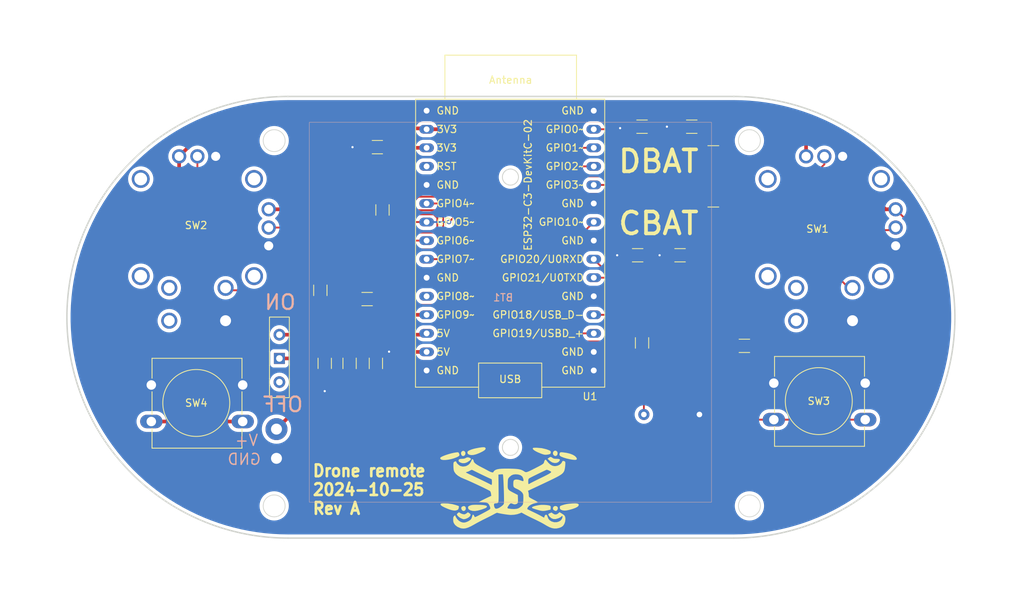
<source format=kicad_pcb>
(kicad_pcb (version 20240108) (generator "pcbnew") (generator_version "8.0")
  (title_block (title "Drone remote ") (date "2024-10-25") (rev "A") (company "JS Drones"))
  (layers (0 "F.Cu" signal) (31 "B.Cu" signal) (34 "B.Paste" user) (35 "F.Paste" user) (36 "B.SilkS" user "B.Silkscreen") (37 "F.SilkS" user "F.Silkscreen") (38 "B.Mask" user) (39 "F.Mask" user) (44 "Edge.Cuts" user))
  (net 0 "")
  (net 1 "GND")
  (net 2 "+3.3V")
  (net 3 "Net-(U1-GPIO10)")
  (net 4 "Net-(U1-GPIO0)")
  (net 5 "Net-(U1-GPIO5)")
  (net 6 "Net-(U1-GPIO4)")
  (net 7 "Net-(U1-GPIO3)")
  (net 8 "Net-(U1-GPIO1)")
  (net 11 "Net-(D6-K1)")
  (net 12 "Net-(D6-K2)")
  (net 17 "Net-(BT1-+)")
  (net 19 "Net-(D1-K1)")
  (net 20 "Net-(D1-K2)")
  (net 21 "5V")
  (net 22 "Net-(D1-A1)")
  (net 23 "Net-(D1-A2)")
  (net 24 "Net-(D6-A2)")
  (net 25 "Net-(D6-A1)")
  (net 26 "Net-(LS1-Pad1)")
  (net 27 "Net-(U1-GPIO7)")
  (net 28 "Net-(U1-GPIO9)")
  (net 29 "Net-(U1-GPIO6)")
  (net 30 "Net-(U1-GPIO2)")
  (footprint "JonasLib:Joystick" (layer "F.Cu") (at 74 74.15 90)
    (property "Reference" "SW2" (at 0.309 -0.186 0) (layer "F.SilkS"))
    (property "Value" "802-30110-B")
    (pad "" thru_hole circle (at -6.65 -7.75 90) (size 2.45 2.45) (drill 1.75) (layers "*.Cu" "*.Mask"))
    (pad "" thru_hole circle (at -6.65 7.75 90) (size 2.45 2.45) (drill 1.75) (layers "*.Cu" "*.Mask"))
    (pad "" thru_hole circle (at 6.65 -7.75 90) (size 2.45 2.45) (drill 1.75) (layers "*.Cu" "*.Mask"))
    (pad "" thru_hole circle (at 6.65 7.75 90) (size 2.45 2.45) (drill 1.75) (layers "*.Cu" "*.Mask"))
    (pad "1" thru_hole circle (at -2.5 9.75 90) (size 1.95 1.95) (drill 1.25) (layers "*.Cu" "*.Mask") (net 1 "GND"))
    (pad "2" thru_hole circle (at 0 9.75 90) (size 1.95 1.95) (drill 1.25) (layers "*.Cu" "*.Mask") (net 8 "Net-(U1-GPIO1)"))
    (pad "3" thru_hole circle (at 2.5 9.75 90) (size 1.95 1.95) (drill 1.25) (layers "*.Cu" "*.Mask") (net 2 "+3.3V"))
    (pad "4" thru_hole circle (at 9.75 2.5 90) (size 1.95 1.95) (drill 1.25) (layers "*.Cu" "*.Mask") (net 1 "GND"))
    (pad "5" thru_hole circle (at 9.75 0 90) (size 1.95 1.95) (drill 1.25) (layers "*.Cu" "*.Mask") (net 30 "Net-(U1-GPIO2)"))
    (pad "6" thru_hole circle (at 9.75 -2.5 90) (size 1.95 1.95) (drill 1.25) (layers "*.Cu" "*.Mask") (net 2 "+3.3V"))
    (pad "7" thru_hole circle (at -8.25 3.85 90) (size 2.2 2.2) (drill 1.5) (layers "*.Cu" "*.Mask") (net 29 "Net-(U1-GPIO6)"))
    (pad "8" thru_hole circle (at -12.75 3.85 90) (size 2.2 2.2) (drill 1.5) (layers "*.Cu" "*.Mask") (net 1 "GND"))
    (pad "9" thru_hole circle (at -8.25 -3.85 90) (size 2.2 2.2) (drill 1.5) (layers "*.Cu" "*.Mask"))
    (pad "10" thru_hole circle (at -12.75 -3.85 90) (size 2.2 2.2) (drill 1.5) (layers "*.Cu" "*.Mask"))
  )
  (footprint "Button_Switch_THT:SW_PUSH-12mm" (layer "F.Cu") (at 165.339 100.446 180)
    (property "Reference" "SW3" (at 6.35 2.54 0) (layer "F.SilkS"))
    (property "Value" "SW_Push")
    (pad "1" thru_hole oval (at 0 0 180) (size 3.048 1.85) (drill 1.3) (layers "*.Cu" "*.Mask") (net 27 "Net-(U1-GPIO7)"))
    (pad "1" thru_hole oval (at 12.5 0 180) (size 3.048 1.85) (drill 1.3) (layers "*.Cu" "*.Mask") (net 27 "Net-(U1-GPIO7)"))
    (pad "2" thru_hole oval (at 0 5 180) (size 3.048 1.85) (drill 1.3) (layers "*.Cu" "*.Mask") (net 1 "GND"))
    (pad "2" thru_hole oval (at 12.5 5 180) (size 3.048 1.85) (drill 1.3) (layers "*.Cu" "*.Mask") (net 1 "GND"))
  )
  (footprint "LOGO" (layer "F.Cu") (at 116.614 110.341)
    (property "Reference" "G***" (hide yes))
    (property "Value" "LOGO" (hide yes))
  )
  (footprint "Resistor_SMD:R_1206_3216Metric_Pad1.30x1.75mm_HandSolder" (layer "F.Cu") (at 90.814 82.741 90)
    (property "Reference" "R11" (hide yes))
    (property "Value" "10k")
    (pad "1" smd roundrect (at -1.55 0 90) (size 1.3 1.75) (layers "F.Cu" "F.Paste" "F.Mask") (roundrect_rratio 0.192308) (net 2 "+3.3V"))
    (pad "2" smd roundrect (at 1.55 0 90) (size 1.3 1.75) (layers "F.Cu" "F.Paste" "F.Mask") (roundrect_rratio 0.192308) (net 29 "Net-(U1-GPIO6)"))
  )
  (footprint "JonasLib:summer 4khz miniatyr" (layer "F.Cu") (at 138.814 99.741)
    (property "Reference" "LS1" (hide yes))
    (property "Value" "Speaker")
    (pad "1" thru_hole circle (at -3.75 0) (size 1.524 1.524) (drill 0.762) (layers "*.Cu" "*.Mask") (net 26 "Net-(LS1-Pad1)"))
    (pad "2" thru_hole circle (at 3.85 0) (size 1.524 1.524) (drill 0.762) (layers "*.Cu" "*.Mask") (net 1 "GND"))
  )
  (footprint "Resistor_SMD:R_1206_3216Metric_Pad1.30x1.75mm_HandSolder" (layer "F.Cu") (at 134.814 60.341)
    (property "Reference" "R1" (hide yes))
    (property "Value" "390")
    (pad "1" smd roundrect (at -1.55 0) (size 1.3 1.75) (layers "F.Cu" "F.Paste" "F.Mask") (roundrect_rratio 0.192308) (net 1 "GND"))
    (pad "2" smd roundrect (at 1.55 0) (size 1.3 1.75) (layers "F.Cu" "F.Paste" "F.Mask") (roundrect_rratio 0.192308) (net 11 "Net-(D6-K1)"))
  )
  (footprint "Button_Switch_THT:SW_PUSH-12mm" (layer "F.Cu") (at 80.195 100.7 180)
    (property "Reference" "SW4" (at 6.35 2.54 0) (layer "F.SilkS"))
    (property "Value" "SW_Push")
    (pad "1" thru_hole oval (at 0 0 180) (size 3.048 1.85) (drill 1.3) (layers "*.Cu" "*.Mask") (net 28 "Net-(U1-GPIO9)"))
    (pad "1" thru_hole oval (at 12.5 0 180) (size 3.048 1.85) (drill 1.3) (layers "*.Cu" "*.Mask") (net 28 "Net-(U1-GPIO9)"))
    (pad "2" thru_hole oval (at 0 5 180) (size 3.048 1.85) (drill 1.3) (layers "*.Cu" "*.Mask") (net 1 "GND"))
    (pad "2" thru_hole oval (at 12.5 5 180) (size 3.048 1.85) (drill 1.3) (layers "*.Cu" "*.Mask") (net 1 "GND"))
  )
  (footprint "Resistor_SMD:R_1206_3216Metric_Pad1.30x1.75mm_HandSolder" (layer "F.Cu") (at 97.214 83.941)
    (property "Reference" "R6" (hide yes))
    (property "Value" "10k")
    (pad "1" smd roundrect (at -1.55 0) (size 1.3 1.75) (layers "F.Cu" "F.Paste" "F.Mask") (roundrect_rratio 0.192308) (net 2 "+3.3V"))
    (pad "2" smd roundrect (at 1.55 0) (size 1.3 1.75) (layers "F.Cu" "F.Paste" "F.Mask") (roundrect_rratio 0.192308) (net 28 "Net-(U1-GPIO9)"))
  )
  (footprint "Capacitor_SMD:C_1206_3216Metric_Pad1.33x1.80mm_HandSolder" (layer "F.Cu") (at 91.414 92.741 -90)
    (property "Reference" "C2" (hide yes))
    (property "Value" "1u")
    (pad "1" smd roundrect (at -1.5625 0 270) (size 1.325 1.8) (layers "F.Cu" "F.Paste" "F.Mask") (roundrect_rratio 0.188679) (net 21 "5V"))
    (pad "2" smd roundrect (at 1.5625 0 270) (size 1.325 1.8) (layers "F.Cu" "F.Paste" "F.Mask") (roundrect_rratio 0.188679) (net 1 "GND"))
  )
  (footprint "Resistor_SMD:R_1206_3216Metric_Pad1.30x1.75mm_HandSolder" (layer "F.Cu") (at 98.414 92.741 -90)
    (property "Reference" "R8" (hide yes))
    (property "Value" "10k")
    (pad "1" smd roundrect (at -1.55 0 270) (size 1.3 1.75) (layers "F.Cu" "F.Paste" "F.Mask") (roundrect_rratio 0.192308) (net 1 "GND"))
    (pad "2" smd roundrect (at 1.55 0 270) (size 1.3 1.75) (layers "F.Cu" "F.Paste" "F.Mask") (roundrect_rratio 0.192308) (net 4 "Net-(U1-GPIO0)"))
  )
  (footprint "JonasLib:Led green and red Wurth" (layer "F.Cu") (at 142.064 73.341 -90)
    (property "Reference" "D1" (hide yes))
    (property "Value" "Led_green_and_red_Wurth")
    (pad "1" smd roundrect (at -1.35 -3.15 270) (size 0.9 0.85) (layers "F.Cu" "F.Paste" "F.Mask") (net 20 "Net-(D1-K2)"))
    (pad "2" smd roundrect (at -1.35 -2 270) (size 0.9 0.85) (layers "F.Cu" "F.Paste" "F.Mask") (net 19 "Net-(D1-K1)"))
    (pad "3" smd roundrect (at 1.5 -2 270) (size 0.9 0.85) (layers "F.Cu" "F.Paste" "F.Mask") (net 22 "Net-(D1-A1)"))
    (pad "4" smd roundrect (at 1.5 -3.15 270) (size 0.9 0.85) (layers "F.Cu" "F.Paste" "F.Mask") (net 23 "Net-(D1-A2)"))
  )
  (footprint "Resistor_SMD:R_1206_3216Metric_Pad1.30x1.75mm_HandSolder" (layer "F.Cu") (at 140.014 77.941)
    (property "Reference" "R4" (hide yes))
    (property "Value" "390")
    (pad "1" smd roundrect (at -1.55 0) (size 1.3 1.75) (layers "F.Cu" "F.Paste" "F.Mask") (roundrect_rratio 0.192308) (net 1 "GND"))
    (pad "2" smd roundrect (at 1.55 0) (size 1.3 1.75) (layers "F.Cu" "F.Paste" "F.Mask") (roundrect_rratio 0.192308) (net 19 "Net-(D1-K1)"))
  )
  (footprint "Resistor_SMD:R_1206_3216Metric_Pad1.30x1.75mm_HandSolder" (layer "F.Cu") (at 148.814 90.341 180)
    (property "Reference" "R5" (hide yes))
    (property "Value" "10k")
    (pad "1" smd roundrect (at -1.55 0 180) (size 1.3 1.75) (layers "F.Cu" "F.Paste" "F.Mask") (roundrect_rratio 0.192308) (net 2 "+3.3V"))
    (pad "2" smd roundrect (at 1.55 0 180) (size 1.3 1.75) (layers "F.Cu" "F.Paste" "F.Mask") (roundrect_rratio 0.192308) (net 27 "Net-(U1-GPIO7)"))
  )
  (footprint "Resistor_SMD:R_1206_3216Metric_Pad1.30x1.75mm_HandSolder" (layer "F.Cu") (at 134.214 77.941 180)
    (property "Reference" "R3" (hide yes))
    (property "Value" "390")
    (pad "1" smd roundrect (at -1.55 0 180) (size 1.3 1.75) (layers "F.Cu" "F.Paste" "F.Mask") (roundrect_rratio 0.192308) (net 20 "Net-(D1-K2)"))
    (pad "2" smd roundrect (at 1.55 0 180) (size 1.3 1.75) (layers "F.Cu" "F.Paste" "F.Mask") (roundrect_rratio 0.192308) (net 1 "GND"))
  )
  (footprint "JonasLib:Skjutomkopplare 1-pol on-on pcb vinklad" (layer "F.Cu") (at 85.214 92.316 90)
    (property "Reference" "SW5" (hide yes))
    (property "Value" "~" (hide yes))
    (pad "1" thru_hole rect (at 0.25 0 90) (size 1.5 1.5) (drill 0.9) (layers "*.Cu" "*.Mask") (net 17 "Net-(BT1-+)"))
    (pad "2" thru_hole circle (at -2.99 0 90) (size 1.6 1.6) (drill 0.9) (layers "*.Cu" "*.Mask"))
    (pad "3" thru_hole circle (at 3.5 0 90) (size 1.6 1.6) (drill 0.9) (layers "*.Cu" "*.Mask") (net 21 "5V"))
  )
  (footprint "JonasLib:Joystick" (layer "F.Cu") (at 159.75 74.15 90)
    (property "Reference" "SW1" (at -0.191 -0.936 0) (layer "F.SilkS"))
    (property "Value" "802-30110-B")
    (pad "" thru_hole circle (at -6.65 -7.75 90) (size 2.45 2.45) (drill 1.75) (layers "*.Cu" "*.Mask"))
    (pad "" thru_hole circle (at -6.65 7.75 90) (size 2.45 2.45) (drill 1.75) (layers "*.Cu" "*.Mask"))
    (pad "" thru_hole circle (at 6.65 -7.75 90) (size 2.45 2.45) (drill 1.75) (layers "*.Cu" "*.Mask"))
    (pad "" thru_hole circle (at 6.65 7.75 90) (size 2.45 2.45) (drill 1.75) (layers "*.Cu" "*.Mask"))
    (pad "1" thru_hole circle (at -2.5 9.75 90) (size 1.95 1.95) (drill 1.25) (layers "*.Cu" "*.Mask") (net 1 "GND"))
    (pad "2" thru_hole circle (at 0 9.75 90) (size 1.95 1.95) (drill 1.25) (layers "*.Cu" "*.Mask") (net 6 "Net-(U1-GPIO4)"))
    (pad "3" thru_hole circle (at 2.5 9.75 90) (size 1.95 1.95) (drill 1.25) (layers "*.Cu" "*.Mask") (net 2 "+3.3V"))
    (pad "4" thru_hole circle (at 9.75 2.5 90) (size 1.95 1.95) (drill 1.25) (layers "*.Cu" "*.Mask") (net 1 "GND"))
    (pad "5" thru_hole circle (at 9.75 0 90) (size 1.95 1.95) (drill 1.25) (layers "*.Cu" "*.Mask") (net 7 "Net-(U1-GPIO3)"))
    (pad "6" thru_hole circle (at 9.75 -2.5 90) (size 1.95 1.95) (drill 1.25) (layers "*.Cu" "*.Mask") (net 2 "+3.3V"))
    (pad "7" thru_hole circle (at -8.25 3.85 90) (size 2.2 2.2) (drill 1.5) (layers "*.Cu" "*.Mask") (net 5 "Net-(U1-GPIO5)"))
    (pad "8" thru_hole circle (at -12.75 3.85 90) (size 2.2 2.2) (drill 1.5) (layers "*.Cu" "*.Mask") (net 1 "GND"))
    (pad "9" thru_hole circle (at -8.25 -3.85 90) (size 2.2 2.2) (drill 1.5) (layers "*.Cu" "*.Mask"))
    (pad "10" thru_hole circle (at -12.75 -3.85 90) (size 2.2 2.2) (drill 1.5) (layers "*.Cu" "*.Mask"))
  )
  (footprint "Espressif:ESP32-C3-DevKitC-02" (layer "F.Cu") (at 105.34945 58.1531)
    (property "Reference" "U1" (at 22.352 39.116 0) (layer "F.SilkS"))
    (property "Value" "ESP32-C3-DevKitC-02" (at 13.86455 10.16 90) (layer "F.SilkS"))
    (fp_text user "GPIO5~" (at 1.27 15.24 0) (layer "F.SilkS") (effects (justify left)))
    (fp_text user "GND" (at 21.59 12.7 0) (layer "F.SilkS") (effects (justify right)))
    (fp_text user "GPIO19/USBD_+" (at 21.59 30.48 0) (layer "F.SilkS") (effects (justify right)))
    (fp_text user "GPIO3~" (at 21.59 10.16 0) (layer "F.SilkS") (effects (justify right)))
    (fp_text user "3V3" (at 1.3 2.54 0) (layer "F.SilkS") (effects (justify left)))
    (fp_text user "GPIO7~" (at 1.27 20.32 0) (layer "F.SilkS") (effects (justify left)))
    (fp_text user "GND" (at 1.27 0 0) (layer "F.SilkS") (effects (justify left)))
    (fp_text user "RST" (at 1.27 7.62 0) (layer "F.SilkS") (effects (justify left)))
    (fp_text user "GPIO1~" (at 21.59 5.08 0) (layer "F.SilkS") (effects (justify right)))
    (fp_text user "GND" (at 21.59 0 0) (layer "F.SilkS") (effects (justify right)))
    (fp_text user "GPIO0~" (at 21.59 2.54 0) (layer "F.SilkS") (effects (justify right)))
    (fp_text user "GND" (at 21.59 17.78 0) (layer "F.SilkS") (effects (justify right)))
    (fp_text user "5V" (at 1.27 33.02 0) (layer "F.SilkS") (effects (justify left)))
    (fp_text user "GPIO8~" (at 1.27 25.4 0) (layer "F.SilkS") (effects (justify left)))
    (fp_text user "GND" (at 21.59 35.56 0) (layer "F.SilkS") (effects (justify right)))
    (fp_text user "GPIO18/USB_D-" (at 21.59 27.94 0) (layer "F.SilkS") (effects (justify right)))
    (fp_text user "GPIO21/U0TXD" (at 21.59 22.86 0) (layer "F.SilkS") (effects (justify right)))
    (fp_text user "GPIO9~" (at 1.27 27.94 0) (layer "F.SilkS") (effects (justify left)))
    (fp_text user "GND" (at 21.59 33.02 0) (layer "F.SilkS") (effects (justify right)))
    (fp_text user "3V3" (at 1.27 5.08 0) (layer "F.SilkS") (effects (justify left)))
    (fp_text user "GND" (at 1.27 22.86 0) (layer "F.SilkS") (effects (justify left)))
    (fp_text user "GND" (at 1.27 35.56 0) (layer "F.SilkS") (effects (justify left)))
    (fp_text user "GND" (at 21.59 25.4 0) (layer "F.SilkS") (effects (justify right)))
    (fp_text user "GPIO2~" (at 21.59 7.62 0) (layer "F.SilkS") (effects (justify right)))
    (fp_text user "5V" (at 1.27 30.48 0) (layer "F.SilkS") (effects (justify left)))
    (fp_text user "Antenna" (at 11.5 -4.2076 0) (layer "F.SilkS"))
    (fp_text user "GPIO10~" (at 21.59 15.24 0) (layer "F.SilkS") (effects (justify right)))
    (fp_text user "GPIO6~" (at 1.27 17.78 0) (layer "F.SilkS") (effects (justify left)))
    (fp_text user "USB" (at 11.43 37.338 0) (layer "F.SilkS") (effects (justify bottom)))
    (fp_text user "GPIO20/U0RXD" (at 21.59 20.32 0) (layer "F.SilkS") (effects (justify right)))
    (fp_text user "GPIO4~" (at 1.27 12.7 0) (layer "F.SilkS") (effects (justify left)))
    (fp_text user "GND" (at 1.27 10.16 0) (layer "F.SilkS") (effects (justify left)))
    (pad "1" thru_hole rect (at 0 0 270) (size 1.2 2) (drill 0.8) (layers "*.Cu" "*.Mask") (net 1 "GND"))
    (pad "2" thru_hole oval (at 0 2.54 270) (size 1.2 2) (drill 0.8) (layers "*.Cu" "*.Mask") (net 2 "+3.3V"))
    (pad "3" thru_hole oval (at 0 5.08 270) (size 1.2 2) (drill 0.8) (layers "*.Cu" "*.Mask") (net 2 "+3.3V"))
    (pad "4" thru_hole oval (at 0 7.62 270) (size 1.2 2) (drill 0.8) (layers "*.Cu" "*.Mask"))
    (pad "5" thru_hole oval (at 0 10.16 270) (size 1.2 2) (drill 0.8) (layers "*.Cu" "*.Mask") (net 1 "GND"))
    (pad "6" thru_hole oval (at 0 12.7 270) (size 1.2 2) (drill 0.8) (layers "*.Cu" "*.Mask") (net 6 "Net-(U1-GPIO4)"))
    (pad "7" thru_hole oval (at 0 15.24 270) (size 1.2 2) (drill 0.8) (layers "*.Cu" "*.Mask") (net 5 "Net-(U1-GPIO5)"))
    (pad "8" thru_hole oval (at 0 17.78 270) (size 1.2 2) (drill 0.8) (layers "*.Cu" "*.Mask") (net 29 "Net-(U1-GPIO6)"))
    (pad "9" thru_hole oval (at 0 20.32 270) (size 1.2 2) (drill 0.8) (layers "*.Cu" "*.Mask") (net 27 "Net-(U1-GPIO7)"))
    (pad "10" thru_hole oval (at 0 22.86 270) (size 1.2 2) (drill 0.8) (layers "*.Cu" "*.Mask") (net 1 "GND"))
    (pad "11" thru_hole oval (at 0 25.4 270) (size 1.2 2) (drill 0.8) (layers "*.Cu" "*.Mask"))
    (pad "12" thru_hole oval (at 0 27.94 270) (size 1.2 2) (drill 0.8) (layers "*.Cu" "*.Mask") (net 28 "Net-(U1-GPIO9)"))
    (pad "13" thru_hole oval (at 0 30.48 270) (size 1.2 2) (drill 0.8) (layers "*.Cu" "*.Mask") (net 21 "5V"))
    (pad "14" thru_hole oval (at 0 33.02 270) (size 1.2 2) (drill 0.8) (layers "*.Cu" "*.Mask") (net 21 "5V"))
    (pad "15" thru_hole oval (at 0 35.56 270) (size 1.2 2) (drill 0.8) (layers "*.Cu" "*.Mask") (net 1 "GND"))
    (pad "16" thru_hole oval (at 22.86 35.56 270) (size 1.2 2) (drill 0.8) (layers "*.Cu" "*.Mask") (net 1 "GND"))
    (pad "17" thru_hole oval (at 22.86 33.02 270) (size 1.2 2) (drill 0.8) (layers "*.Cu" "*.Mask") (net 1 "GND"))
    (pad "18" thru_hole oval (at 22.86 30.48 270) (size 1.2 2) (drill 0.8) (layers "*.Cu" "*.Mask") (net 25 "Net-(D6-A1)"))
    (pad "19" thru_hole oval (at 22.86 27.94 270) (size 1.2 2) (drill 0.8) (layers "*.Cu" "*.Mask") (net 24 "Net-(D6-A2)"))
    (pad "20" thru_hole oval (at 22.86 25.4 270) (size 1.2 2) (drill 0.8) (layers "*.Cu" "*.Mask") (net 1 "GND"))
    (pad "21" thru_hole oval (at 22.86 22.86 270) (size 1.2 2) (drill 0.8) (layers "*.Cu" "*.Mask") (net 23 "Net-(D1-A2)"))
    (pad "22" thru_hole oval (at 22.86 20.32 270) (size 1.2 2) (drill 0.8) (layers "*.Cu" "*.Mask") (net 22 "Net-(D1-A1)"))
    (pad "23" thru_hole oval (at 22.86 17.78 270) (size 1.2 2) (drill 0.8) (layers "*.Cu" "*.Mask") (net 1 "GND"))
    (pad "24" thru_hole oval (at 22.86 15.24 270) (size 1.2 2) (drill 0.8) (layers "*.Cu" "*.Mask") (net 3 "Net-(U1-GPIO10)"))
    (pad "25" thru_hole oval (at 22.86 12.7 270) (size 1.2 2) (drill 0.8) (layers "*.Cu" "*.Mask") (net 1 "GND"))
    (pad "26" thru_hole oval (at 22.86 10.16 270) (size 1.2 2) (drill 0.8) (layers "*.Cu" "*.Mask") (net 7 "Net-(U1-GPIO3)"))
    (pad "27" thru_hole oval (at 22.86 7.62 270) (size 1.2 2) (drill 0.8) (layers "*.Cu" "*.Mask") (net 30 "Net-(U1-GPIO2)"))
    (pad "28" thru_hole oval (at 22.86 5.08 270) (size 1.2 2) (drill 0.8) (layers "*.Cu" "*.Mask") (net 8 "Net-(U1-GPIO1)"))
    (pad "29" thru_hole oval (at 22.86 2.54 270) (size 1.2 2) (drill 0.8) (layers "*.Cu" "*.Mask") (net 4 "Net-(U1-GPIO0)"))
    (pad "30" thru_hole oval (at 22.86 0 270) (size 1.2 2) (drill 0.8) (layers "*.Cu" "*.Mask") (net 1 "GND"))
  )
  (footprint "JonasLib:Led green and red Wurth" (layer "F.Cu") (at 142.064 64.941 -90)
    (property "Reference" "D6" (hide yes))
    (property "Value" "Led_green_and_red_Wurth" (hide yes))
    (pad "1" smd roundrect (at -1.35 -3.15 270) (size 0.9 0.85) (layers "F.Cu" "F.Paste" "F.Mask") (net 12 "Net-(D6-K2)"))
    (pad "2" smd roundrect (at -1.35 -2 270) (size 0.9 0.85) (layers "F.Cu" "F.Paste" "F.Mask") (net 11 "Net-(D6-K1)"))
    (pad "3" smd roundrect (at 1.5 -2 270) (size 0.9 0.85) (layers "F.Cu" "F.Paste" "F.Mask") (net 25 "Net-(D6-A1)"))
    (pad "4" smd roundrect (at 1.5 -3.15 270) (size 0.9 0.85) (layers "F.Cu" "F.Paste" "F.Mask") (net 24 "Net-(D6-A2)"))
  )
  (footprint "Resistor_SMD:R_1206_3216Metric_Pad1.30x1.75mm_HandSolder" (layer "F.Cu") (at 134.814 89.941 -90)
    (property "Reference" "R9" (hide yes))
    (property "Value" "100")
    (pad "1" smd roundrect (at -1.55 0 270) (size 1.3 1.75) (layers "F.Cu" "F.Paste" "F.Mask") (roundrect_rratio 0.192308) (net 3 "Net-(U1-GPIO10)"))
    (pad "2" smd roundrect (at 1.55 0 270) (size 1.3 1.75) (layers "F.Cu" "F.Paste" "F.Mask") (roundrect_rratio 0.192308) (net 26 "Net-(LS1-Pad1)"))
  )
  (footprint "Capacitor_SMD:C_1206_3216Metric_Pad1.33x1.80mm_HandSolder" (layer "F.Cu") (at 98.614 63.141)
    (property "Reference" "C1" (hide yes))
    (property "Value" "100n")
    (pad "1" smd roundrect (at -1.5625 0) (size 1.325 1.8) (layers "F.Cu" "F.Paste" "F.Mask") (roundrect_rratio 0.188679) (net 1 "GND"))
    (pad "2" smd roundrect (at 1.5625 0) (size 1.325 1.8) (layers "F.Cu" "F.Paste" "F.Mask") (roundrect_rratio 0.188679) (net 2 "+3.3V"))
  )
  (footprint "Resistor_SMD:R_1206_3216Metric_Pad1.30x1.75mm_HandSolder" (layer "F.Cu") (at 141.614 60.341 180)
    (property "Reference" "R2" (hide yes))
    (property "Value" "390")
    (pad "1" smd roundrect (at -1.55 0 180) (size 1.3 1.75) (layers "F.Cu" "F.Paste" "F.Mask") (roundrect_rratio 0.192308) (net 12 "Net-(D6-K2)"))
    (pad "2" smd roundrect (at 1.55 0 180) (size 1.3 1.75) (layers "F.Cu" "F.Paste" "F.Mask") (roundrect_rratio 0.192308) (net 1 "GND"))
  )
  (footprint "Resistor_SMD:R_1206_3216Metric_Pad1.30x1.75mm_HandSolder" (layer "F.Cu") (at 94.814 92.741 90)
    (property "Reference" "R7" (hide yes))
    (property "Value" "10k")
    (pad "1" smd roundrect (at -1.55 0 90) (size 1.3 1.75) (layers "F.Cu" "F.Paste" "F.Mask") (roundrect_rratio 0.192308) (net 4 "Net-(U1-GPIO0)"))
    (pad "2" smd roundrect (at 1.55 0 90) (size 1.3 1.75) (layers "F.Cu" "F.Paste" "F.Mask") (roundrect_rratio 0.192308) (net 21 "5V"))
  )
  (footprint "Resistor_SMD:R_1206_3216Metric_Pad1.30x1.75mm_HandSolder" (layer "F.Cu") (at 99.314 71.741 -90)
    (property "Reference" "R10" (hide yes))
    (property "Value" "10k")
    (pad "1" smd roundrect (at -1.55 0 270) (size 1.3 1.75) (layers "F.Cu" "F.Paste" "F.Mask") (roundrect_rratio 0.192308) (net 2 "+3.3V"))
    (pad "2" smd roundrect (at 1.55 0 270) (size 1.3 1.75) (layers "F.Cu" "F.Paste" "F.Mask") (roundrect_rratio 0.192308) (net 5 "Net-(U1-GPIO5)"))
  )
  (footprint "JonasLib:Batterihållare 4xAAA" (layer "B.Cu") (at 116.814 85.741 180)
    (property "Reference" "BT1" (at 1 2 0) (layer "B.SilkS") (effects (justify mirror)))
    (property "Value" "Battery_Cell")
    (fp_circle (center 0 18.5) (end 1.1 18.5) (stroke (width 0.12)) (fill none) (layer "Edge.Cuts"))
    (fp_circle (center 0 -18.5) (end 1.1 -18.5) (stroke (width 0.12)) (fill none) (layer "Edge.Cuts"))
    (pad "1" thru_hole circle (at 32 -16 180) (size 3 3) (drill 1.5) (layers "*.Cu" "*.Mask") (net 17 "Net-(BT1-+)"))
    (pad "2" thru_hole roundrect (at 32 -20 180) (size 3 3) (drill 1.5) (layers "*.Cu" "*.Mask" "Dwgs.User") (roundrect_rratio 0) (chamfer_ratio 0.2) (chamfer bottom_left) (net 1 "GND"))
  )
  (gr_line (start 147.378 56.203) (end 86.378 56.203) (stroke (width 0.2)) (layer "Edge.Cuts"))
  (gr_arc (start 147.378 56.203) (mid 177.604 86.429) (end 147.378 116.655) (stroke (width 0.2)) (layer "Edge.Cuts"))
  (gr_circle (center 84.5 112.25) (end 86 112.25) (stroke (width 0.1)) (fill none) (layer "Edge.Cuts"))
  (gr_arc (start 86.378 116.655) (mid 56.152 86.429) (end 86.378 56.203) (stroke (width 0.2)) (layer "Edge.Cuts"))
  (gr_line (start 147.378 116.655) (end 86.378 116.655) (stroke (width 0.2)) (layer "Edge.Cuts"))
  (gr_circle (center 149.5 62.25) (end 151 62.25) (stroke (width 0.1)) (fill none) (layer "Edge.Cuts"))
  (gr_circle (center 149.5 112.25) (end 151 112.25) (stroke (width 0.1)) (fill none) (layer "Edge.Cuts"))
  (gr_circle (center 84.5 62.25) (end 86 62.25) (stroke (width 0.1)) (fill none) (layer "Edge.Cuts"))
  (gr_text "ON" (at 87.614 85.541 0) (layer "B.SilkS") (effects (font (size 2 2) (thickness 0.3)) (justify left bottom mirror)))
  (gr_text "GND" (at 82.814 106.741 0) (layer "B.SilkS") (effects (font (size 1.5 1.5) (thickness 0.1875)) (justify left bottom mirror)))
  (gr_text "OFF" (at 88.614 99.541 0) (layer "B.SilkS") (effects (font (size 2 2) (thickness 0.3)) (justify left bottom mirror)))
  (gr_text "V+" (at 82.414 104.141 0) (layer "B.SilkS") (effects (font (size 1.5 1.5) (thickness 0.1875)) (justify left bottom mirror)))
  (gr_text "CBAT" (at 131.314 75.341 0) (layer "F.SilkS") (effects (font (size 3 3) (thickness 0.5)) (justify left bottom)))
  (gr_text "DBAT" (at 131.314 66.841 0) (layer "F.SilkS") (effects (font (size 3 3) (thickness 0.5)) (justify left bottom)))
  (gr_text "Drone remote\n2024-10-25\nRev A" (at 89.614 113.541 0) (layer "F.SilkS") (effects (font (size 1.6 1.5) (thickness 0.36) (bold yes)) (justify left bottom)))
  (segment (start 91.414 94.616) (end 91.414 96.541) (width 0.5) (layer "F.Cu") (net 1))
  (segment (start 138.464 77.941) (end 137.214 77.941) (width 0.25) (layer "F.Cu") (net 1))
  (segment (start 132.664 77.941) (end 131.414 77.941) (width 0.25) (layer "F.Cu") (net 1))
  (segment (start 100.214 91.141) (end 98.464 91.141) (width 0.25) (layer "F.Cu") (net 1))
  (segment (start 133.814 60.541) (end 131.814 60.541) (width 0.25) (layer "F.Cu") (net 1))
  (segment (start 98.464 91.141) (end 98.414 91.191) (width 0.25) (layer "F.Cu") (net 1))
  (segment (start 139.814 60.341) (end 138.214 60.341) (width 0.25) (layer "F.Cu") (net 1))
  (segment (start 97.0515 63.141) (end 95.214 63.141) (width 0.5) (layer "F.Cu") (net 1))
  (via (at 137.214 77.941) (size 0.6) (drill 0.3) (layers "F.Cu" "B.Cu") (net 1))
  (via (at 100.214 91.141) (size 0.6) (drill 0.3) (layers "F.Cu" "B.Cu") (net 1))
  (via (at 138.214 60.341) (size 0.6) (drill 0.3) (layers "F.Cu" "B.Cu") (net 1))
  (via (at 91.414 96.541) (size 0.6) (drill 0.3) (layers "F.Cu" "B.Cu") (net 1))
  (via (at 95.214 63.141) (size 0.6) (drill 0.3) (layers "F.Cu" "B.Cu") (net 1))
  (via (at 131.814 60.541) (size 0.6) (drill 0.3) (layers "F.Cu" "B.Cu") (net 1))
  (via (at 131.414 77.941) (size 0.6) (drill 0.3) (layers "F.Cu" "B.Cu") (net 1))
  (segment (start 170.0695 89.3965) (end 169.2195 90.2465) (width 0.25) (layer "F.Cu") (net 2))
  (segment (start 172.125 74.275) (end 172.125 87.341) (width 0.25) (layer "F.Cu") (net 2))
  (segment (start 105.23135 60.575) (end 105.34945 60.6931) (width 0.5) (layer "F.Cu") (net 2))
  (segment (start 168.121142 71.65) (end 164.25 67.778858) (width 0.5) (layer "F.Cu") (net 2))
  (segment (start 172.125 87.341) (end 170.0695 89.3965) (width 0.25) (layer "F.Cu") (net 2))
  (segment (start 102.01745 63.141) (end 100.1765 63.141) (width 0.5) (layer "F.Cu") (net 2))
  (segment (start 169.5 71.65) (end 172.125 74.275) (width 0.25) (layer "F.Cu") (net 2))
  (segment (start 86.905 71.65) (end 89.214 69.341) (width 0.5) (layer "F.Cu") (net 2))
  (segment (start 150.364 90.341) (end 169.125 90.341) (width 0.25) (layer "F.Cu") (net 2))
  (segment (start 164.25 63.75) (end 162.5 62) (width 0.5) (layer "F.Cu") (net 2))
  (segment (start 82.814 65.341) (end 89.214 65.341) (width 0.5) (layer "F.Cu") (net 2))
  (segment (start 71.5 64.4) (end 74.059 61.841) (width 0.5) (layer "F.Cu") (net 2))
  (segment (start 74.059 61.841) (end 79.314 61.841) (width 0.5) (layer "F.Cu") (net 2))
  (segment (start 89.214 65.341) (end 93.98 60.575) (width 0.5) (layer "F.Cu") (net 2))
  (segment (start 152.714 57.741) (end 156.814 61.841) (width 0.5) (layer "F.Cu") (net 2))
  (segment (start 102.01745 66.63755) (end 99.314 69.341) (width 0.5) (layer "F.Cu") (net 2))
  (segment (start 89.214 69.341) (end 89.214 65.341) (width 0.5) (layer "F.Cu") (net 2))
  (segment (start 131.814 57.741) (end 152.714 57.741) (width 0.5) (layer "F.Cu") (net 2))
  (segment (start 164.25 67.778858) (end 164.25 63.75) (width 0.5) (layer "F.Cu") (net 2))
  (segment (start 99.314 69.341) (end 99.314 70.191) (width 0.5) (layer "F.Cu") (net 2))
  (segment (start 79.314 61.841) (end 82.814 65.341) (width 0.5) (layer "F.Cu") (net 2))
  (segment (start 169.5 71.65) (end 168.121142 71.65) (width 0.5) (layer "F.Cu") (net 2))
  (segment (start 93.98 60.575) (end 105.23135 60.575) (width 0.5) (layer "F.Cu") (net 2))
  (segment (start 109.76745 59.2031) (end 130.3519 59.2031) (width 0.5) (layer "F.Cu") (net 2))
  (segment (start 71.5 80.027) (end 75.814 84.341) (width 0.5) (layer "F.Cu") (net 2))
  (segment (start 71.5 64.4) (end 71.5 80.027) (width 0.5) (layer "F.Cu") (net 2))
  (segment (start 169.125 90.341) (end 170.0695 89.3965) (width 0.25) (layer "F.Cu") (net 2))
  (segment (start 108.27745 60.6931) (end 109.76745 59.2031) (width 0.5) (layer "F.Cu") (net 2))
  (segment (start 95.614 84.291) (end 95.664 84.341) (width 0.25) (layer "F.Cu") (net 2))
  (segment (start 105.34945 63.2331) (end 102.28435 63.2331) (width 0.5) (layer "F.Cu") (net 2))
  (segment (start 157.25 62.277) (end 157.25 64.4) (width 0.5) (layer "F.Cu") (net 2))
  (segment (start 75.814 84.341) (end 91.214 84.341) (width 0.5) (layer "F.Cu") (net 2))
  (segment (start 83.75 71.65) (end 86.905 71.65) (width 0.5) (layer "F.Cu") (net 2))
  (segment (start 105.34945 60.6931) (end 108.27745 60.6931) (width 0.5) (layer "F.Cu") (net 2))
  (segment (start 102.01745 60.6931) (end 102.01745 63.141) (width 0.5) (layer "F.Cu") (net 2))
  (segment (start 90.814 84.291) (end 95.614 84.291) (width 0.5) (layer "F.Cu") (net 2))
  (segment (start 102.01745 63.141) (end 102.01745 66.63755) (width 0.5) (layer "F.Cu") (net 2))
  (segment (start 156.973 62) (end 156.814 61.841) (width 0.5) (layer "F.Cu") (net 2))
  (segment (start 130.3519 59.2031) (end 131.814 57.741) (width 0.5) (layer "F.Cu") (net 2))
  (segment (start 162.5 62) (end 158.25 62) (width 0.5) (layer "F.Cu") (net 2))
  (segment (start 158.25 62) (end 156.973 62) (width 0.5) (layer "F.Cu") (net 2))
  (segment (start 156.814 61.841) (end 157.25 62.277) (width 0.5) (layer "F.Cu") (net 2))
  (segment (start 131.614 89.741) (end 126.014 89.741) (width 0.25) (layer "F.Cu") (net 3))
  (segment (start 124.614 76.98855) (end 128.20945 73.3931) (width 0.25) (layer "F.Cu") (net 3))
  (segment (start 131.614 89.741) (end 132.764 88.591) (width 0.25) (layer "F.Cu") (net 3))
  (segment (start 124.614 88.341) (end 124.614 76.98855) (width 0.25) (layer "F.Cu") (net 3))
  (segment (start 132.764 88.591) (end 134.814 88.591) (width 0.25) (layer "F.Cu") (net 3))
  (segment (start 126.014 89.741) (end 124.614 88.341) (width 0.25) (layer "F.Cu") (net 3))
  (segment (start 129.814 67.141) (end 130.614 66.341) (width 0.25) (layer "F.Cu") (net 4))
  (segment (start 98.414 94.341) (end 101.214 94.341) (width 0.25) (layer "F.Cu") (net 4))
  (segment (start 103.614 70.541) (end 104.2269 69.9281) (width 0.25) (layer "F.Cu") (net 4))
  (segment (start 118.6269 69.9281) (end 121.414 67.141) (width 0.25) (layer "F.Cu") (net 4))
  (segment (start 103.614 71.541) (end 103.614 70.541) (width 0.25) (layer "F.Cu") (net 4))
  (segment (start 106.614 77.141) (end 107.614 76.141) (width 0.25) (layer "F.Cu") (net 4))
  (segment (start 103.214 96.341) (end 106.214 96.341) (width 0.25) (layer "F.Cu") (net 4))
  (segment (start 102.214 78.741) (end 103.814 77.141) (width 0.25) (layer "F.Cu") (net 4))
  (segment (start 94.814 94.341) (end 98.414 94.341) (width 0.5) (layer "F.Cu") (net 4))
  (segment (start 107.614 72.741) (end 106.6511 71.7781) (width 0.25) (layer "F.Cu") (net 4))
  (segment (start 103.814 77.141) (end 106.614 77.141) (width 0.25) (layer "F.Cu") (net 4))
  (segment (start 106.6511 71.7781) (end 103.8511 71.7781) (width 0.25) (layer "F.Cu") (net 4))
  (segment (start 109.414 93.141) (end 109.414 86.141) (width 0.25) (layer "F.Cu") (net 4))
  (segment (start 130.614 60.941) (end 130.3661 60.6931) (width 0.25) (layer "F.Cu") (net 4))
  (segment (start 103.414 84.741) (end 102.214 83.541) (width 0.25) (layer "F.Cu") (net 4))
  (segment (start 106.214 96.341) (end 109.414 93.141) (width 0.25) (layer "F.Cu") (net 4))
  (segment (start 108.014 84.741) (end 103.414 84.741) (width 0.25) (layer "F.Cu") (net 4))
  (segment (start 102.914 96.041) (end 103.214 96.341) (width 0.25) (layer "F.Cu") (net 4))
  (segment (start 103.8511 71.7781) (end 103.614 71.541) (width 0.25) (layer "F.Cu") (net 4))
  (segment (start 101.214 94.341) (end 102.914 96.041) (width 0.25) (layer "F.Cu") (net 4))
  (segment (start 130.3661 60.6931) (end 128.20945 60.6931) (width 0.25) (layer "F.Cu") (net 4))
  (segment (start 104.2269 69.9281) (end 118.6269 69.9281) (width 0.25) (layer "F.Cu") (net 4))
  (segment (start 121.414 67.141) (end 129.814 67.141) (width 0.25) (layer "F.Cu") (net 4))
  (segment (start 130.614 66.341) (end 130.614 60.941) (width 0.25) (layer "F.Cu") (net 4))
  (segment (start 109.414 86.141) (end 108.014 84.741) (width 0.25) (layer "F.Cu") (net 4))
  (segment (start 102.214 83.541) (end 102.214 78.741) (width 0.25) (layer "F.Cu") (net 4))
  (segment (start 107.614 76.141) (end 107.614 72.741) (width 0.25) (layer "F.Cu") (net 4))
  (segment (start 126.4511 72.341) (end 126.8511 71.941) (width 0.25) (layer "F.Cu") (net 5))
  (segment (start 99.4161 73.3931) (end 99.314 73.291) (width 0.25) (layer "F.Cu") (net 5))
  (segment (start 130.350396 71.941) (end 133.682198 68.609198) (width 0.25) (layer "F.Cu") (net 5))
  (segment (start 142.514 65.441) (end 146.114 65.441) (width 0.25) (layer "F.Cu") (net 5))
  (segment (start 108.414 73.3931) (end 109.4661 72.341) (width 0.25) (layer "F.Cu") (net 5))
  (segment (start 133.682198 68.609198) (end 139.345802 68.609198) (width 0.25) (layer "F.Cu") (net 5))
  (segment (start 163.073 82.4) (end 163.6 82.4) (width 0.25) (layer "F.Cu") (net 5))
  (segment (start 139.345802 68.609198) (end 142.514 65.441) (width 0.25) (layer "F.Cu") (net 5))
  (segment (start 109.4661 72.341) (end 126.4511 72.341) (width 0.25) (layer "F.Cu") (net 5))
  (segment (start 146.114 65.441) (end 163.073 82.4) (width 0.25) (layer "F.Cu") (net 5))
  (segment (start 126.8511 71.941) (end 130.350396 71.941) (width 0.25) (layer "F.Cu") (net 5))
  (segment (start 105.34945 73.3931) (end 99.4161 73.3931) (width 0.25) (layer "F.Cu") (net 5))
  (via (at 108.414 73.3931) (size 0.6) (drill 0.3) (layers "F.Cu" "B.Cu") (net 5))
  (segment (start 108.414 73.3931) (end 105.34945 73.3931) (width 0.25) (layer "B.Cu") (net 5))
  (segment (start 146.864 64.991) (end 156.373 74.5) (width 0.25) (layer "F.Cu") (net 6))
  (segment (start 138.814 67.941) (end 141.764 64.991) (width 0.25) (layer "F.Cu") (net 6))
  (segment (start 124.9019 70.8531) (end 126.214 69.541) (width 0.25) (layer "F.Cu") (net 6))
  (segment (start 133.214 67.941) (end 138.814 67.941) (width 0.25) (layer "F.Cu") (net 6))
  (segment (start 156.373 74.5) (end 169.15 74.5) (width 0.25) (layer "F.Cu") (net 6))
  (segment (start 169.15 74.5) (end 169.5 74.15) (width 0.25) (layer "F.Cu") (net 6))
  (segment (start 105.34945 70.8531) (end 124.9019 70.8531) (width 0.25) (layer "F.Cu") (net 6))
  (segment (start 131.614 69.541) (end 133.214 67.941) (width 0.25) (layer "F.Cu") (net 6))
  (segment (start 141.764 64.991) (end 146.864 64.991) (width 0.25) (layer "F.Cu") (net 6))
  (segment (start 126.214 69.541) (end 131.614 69.541) (width 0.25) (layer "F.Cu") (net 6))
  (segment (start 131.614 67.341) (end 138.414 67.341) (width 0.25) (layer "F.Cu") (net 7))
  (segment (start 128.20945 68.3131) (end 130.6419 68.3131) (width 0.25) (layer "F.Cu") (net 7))
  (segment (start 152.941 64.941) (end 155.25 67.25) (width 0.25) (layer "F.Cu") (net 7))
  (segment (start 138.414 67.341) (end 141.214 64.541) (width 0.25) (layer "F.Cu") (net 7))
  (segment (start 147.814 64.941) (end 152.941 64.941) (width 0.25) (layer "F.Cu") (net 7))
  (segment (start 158 67.25) (end 159.75 65.5) (width 0.25) (layer "F.Cu") (net 7))
  (segment (start 147.414 64.541) (end 147.814 64.941) (width 0.25) (layer "F.Cu") (net 7))
  (segment (start 130.6419 68.3131) (end 131.614 67.341) (width 0.25) (layer "F.Cu") (net 7))
  (segment (start 159.75 65.5) (end 159.75 64.4) (width 0.25) (layer "F.Cu") (net 7))
  (segment (start 155.25 67.25) (end 158 67.25) (width 0.25) (layer "F.Cu") (net 7))
  (segment (start 141.214 64.541) (end 147.414 64.541) (width 0.25) (layer "F.Cu") (net 7))
  (segment (start 109.014 67.341) (end 113.1219 63.2331) (width 0.25) (layer "F.Cu") (net 8))
  (segment (start 101.814 70.841) (end 101.814 69.341) (width 0.25) (layer "F.Cu") (net 8))
  (segment (start 83.75 74.15) (end 91.405 74.15) (width 0.25) (layer "F.Cu") (net 8))
  (segment (start 100.714 71.941) (end 101.814 70.841) (width 0.25) (layer "F.Cu") (net 8))
  (segment (start 101.814 69.341) (end 103.814 67.341) (width 0.25) (layer "F.Cu") (net 8))
  (segment (start 113.1219 63.2331) (end 128.20945 63.2331) (width 0.25) (layer "F.Cu") (net 8))
  (segment (start 103.814 67.341) (end 109.014 67.341) (width 0.25) (layer "F.Cu") (net 8))
  (segment (start 91.405 74.15) (end 93.614 71.941) (width 0.25) (layer "F.Cu") (net 8))
  (segment (start 93.614 71.941) (end 100.714 71.941) (width 0.25) (layer "F.Cu") (net 8))
  (segment (start 136.414 60.341) (end 138.214 62.141) (width 0.25) (layer "F.Cu") (net 11))
  (segment (start 138.214 62.141) (end 143.414 62.141) (width 0.25) (layer "F.Cu") (net 11))
  (segment (start 144.064 62.791) (end 144.064 63.591) (width 0.25) (layer "F.Cu") (net 11))
  (segment (start 143.414 62.141) (end 144.064 62.791) (width 0.25) (layer "F.Cu") (net 11))
  (segment (start 145.214 62.391) (end 145.214 63.591) (width 0.25) (layer "F.Cu") (net 12))
  (segment (start 143.164 60.341) (end 145.214 62.391) (width 0.25) (layer "F.Cu") (net 12))
  (segment (start 84.814 101.741) (end 88.314 98.241) (width 0.5) (layer "F.Cu") (net 17))
  (segment (start 88.314 98.241) (end 88.314 93.441) (width 0.5) (layer "F.Cu") (net 17))
  (segment (start 85.214 92.066) (end 86.939 92.066) (width 0.5) (layer "F.Cu") (net 17))
  (segment (start 86.939 92.066) (end 88.314 93.441) (width 0.5) (layer "F.Cu") (net 17))
  (segment (start 144.064 71.991) (end 143.564 71.991) (width 0.25) (layer "F.Cu") (net 19))
  (segment (start 143.564 71.991) (end 141.564 73.991) (width 0.25) (layer "F.Cu") (net 19))
  (segment (start 141.564 73.991) (end 141.564 77.941) (width 0.25) (layer "F.Cu") (net 19))
  (segment (start 143.414 70.141) (end 135.764 77.791) (width 0.25) (layer "F.Cu") (net 20))
  (segment (start 145.214 71.491) (end 145.214 70.541) (width 0.25) (layer "F.Cu") (net 20))
  (segment (start 144.814 70.141) (end 143.414 70.141) (width 0.25) (layer "F.Cu") (net 20))
  (segment (start 145.214 70.541) (end 144.814 70.141) (width 0.25) (layer "F.Cu") (net 20))
  (segment (start 135.764 77.791) (end 135.764 77.941) (width 0.25) (layer "F.Cu") (net 20))
  (segment (start 101.214 88.816) (end 105.16655 88.816) (width 0.5) (layer "F.Cu") (net 21))
  (segment (start 102.2461 91.1731) (end 101.214 90.141) (width 0.5) (layer "F.Cu") (net 21))
  (segment (start 105.16655 88.816) (end 105.34945 88.6331) (width 0.5) (layer "F.Cu") (net 21))
  (segment (start 105.34945 91.1731) (end 102.2461 91.1731) (width 0.5) (layer "F.Cu") (net 21))
  (segment (start 85.214 88.816) (end 91.414 88.816) (width 0.5) (layer "F.Cu") (net 21))
  (segment (start 94.814 91.141) (end 94.814 89.016) (width 0.5) (layer "F.Cu") (net 21))
  (segment (start 91.414 88.816) (end 94.614 88.816) (width 0.5) (layer "F.Cu") (net 21))
  (segment (start 94.814 89.016) (end 94.614 88.816) (width 0.5) (layer "F.Cu") (net 21))
  (segment (start 91.414 91.1035) (end 91.414 89.016) (width 0.5) (layer "F.Cu") (net 21))
  (segment (start 94.614 88.816) (end 101.214 88.816) (width 0.5) (layer "F.Cu") (net 21))
  (segment (start 101.214 90.141) (end 101.214 88.816) (width 0.5) (layer "F.Cu") (net 21))
  (segment (start 129.87735 80.141) (end 128.20945 78.4731) (width 0.25) (layer "F.Cu") (net 22))
  (segment (start 144.064 74.841) (end 144.064 77.891) (width 0.25) (layer "F.Cu") (net 22))
  (segment (start 144.064 77.891) (end 141.814 80.141) (width 0.25) (layer "F.Cu") (net 22))
  (segment (start 141.814 80.141) (end 129.87735 80.141) (width 0.25) (layer "F.Cu") (net 22))
  (segment (start 128.20945 81.0131) (end 141.9419 81.0131) (width 0.25) (layer "F.Cu") (net 23))
  (segment (start 145.214 74.841) (end 145.214 77.741) (width 0.25) (layer "F.Cu") (net 23))
  (segment (start 141.9419 81.0131) (end 145.214 77.741) (width 0.25) (layer "F.Cu") (net 23))
  (segment (start 139.6619 86.0931) (end 128.20945 86.0931) (width 0.25) (layer "F.Cu") (net 24))
  (segment (start 147.414 68.641) (end 147.414 78.341) (width 0.25) (layer "F.Cu") (net 24))
  (segment (start 147.414 78.341) (end 139.6619 86.0931) (width 0.25) (layer "F.Cu") (net 24))
  (segment (start 145.214 66.441) (end 147.414 68.641) (width 0.25) (layer "F.Cu") (net 24))
  (segment (start 125.614 85.541) (end 126.414 84.741) (width 0.25) (layer "F.Cu") (net 25))
  (segment (start 144.064 66.591) (end 144.064 66.441) (width 0.25) (layer "F.Cu") (net 25))
  (segment (start 128.20945 88.6331) (end 126.3061 88.6331) (width 0.25) (layer "F.Cu") (net 25))
  (segment (start 146.614 69.141) (end 144.064 66.591) (width 0.25) (layer "F.Cu") (net 25))
  (segment (start 126.414 84.741) (end 139.414 84.741) (width 0.25) (layer "F.Cu") (net 25))
  (segment (start 139.414 84.741) (end 146.614 77.541) (width 0.25) (layer "F.Cu") (net 25))
  (segment (start 126.3061 88.6331) (end 125.614 87.941) (width 0.25) (layer "F.Cu") (net 25))
  (segment (start 125.614 87.941) (end 125.614 85.541) (width 0.25) (layer "F.Cu") (net 25))
  (segment (start 146.614 77.541) (end 146.614 69.141) (width 0.25) (layer "F.Cu") (net 25))
  (segment (start 135.064 91.591) (end 134.814 91.341) (width 0.25) (layer "F.Cu") (net 26))
  (segment (start 135.064 99.741) (end 135.064 91.591) (width 0.25) (layer "F.Cu") (net 26))
  (segment (start 152.839 100.446) (end 165.339 100.446) (width 0.25) (layer "F.Cu") (net 27))
  (segment (start 133.3211 90.2481) (end 122.9211 90.2481) (width 0.25) (layer "F.Cu") (net 27))
  (segment (start 122.9211 90.2481) (end 111.1461 78.4731) (width 0.25) (layer "F.Cu") (net 27))
  (segment (start 149.214 100.446) (end 152.839 100.446) (width 0.25) (layer "F.Cu") (net 27))
  (segment (start 147.264 90.841) (end 147.264 98.496) (width 0.25) (layer "F.Cu") (net 27))
  (segment (start 138.139 90.266) (end 133.339 90.266) (width 0.25) (layer "F.Cu") (net 27))
  (segment (start 133.339 90.266) (end 133.3211 90.2481) (width 0.25) (layer "F.Cu") (net 27))
  (segment (start 147.189 90.266) (end 147.264 90.341) (width 0.25) (layer "F.Cu") (net 27))
  (segment (start 147.264 98.496) (end 149.214 100.446) (width 0.25) (layer "F.Cu") (net 27))
  (segment (start 138.139 90.266) (end 147.189 90.266) (width 0.25) (layer "F.Cu") (net 27))
  (segment (start 111.1461 78.4731) (end 105.34945 78.4731) (width 0.25) (layer "F.Cu") (net 27))
  (segment (start 100.214 83.941) (end 101.014 84.741) (width 0.5) (layer "F.Cu") (net 28))
  (segment (start 81.2619 86.0931) (end 74.5 92.855) (width 0.5) (layer "F.Cu") (net 28))
  (segment (start 98.764 83.941) (end 100.214 83.941) (width 0.5) (layer "F.Cu") (net 28))
  (segment (start 67.695 100.7) (end 74.5 100.7) (width 0.5) (layer "F.Cu") (net 28))
  (segment (start 74.5 92.855) (end 74.5 100.7) (width 0.5) (layer "F.Cu") (net 28))
  (segment (start 74.5 100.7) (end 80.195 100.7) (width 0.5) (layer "F.Cu") (net 28))
  (segment (start 96.9069 86.0931) (end 81.2619 86.0931) (width 0.5) (layer "F.Cu") (net 28))
  (segment (start 101.014 86.0931) (end 105.34945 86.0931) (width 0.5) (layer "F.Cu") (net 28))
  (segment (start 96.9069 86.0931) (end 101.014 86.0931) (width 0.5) (layer "F.Cu") (net 28))
  (segment (start 101.014 84.741) (end 101.014 86.0931) (width 0.5) (layer "F.Cu") (net 28))
  (segment (start 90.814 79.541) (end 89.614 79.541) (width 0.25) (layer "F.Cu") (net 29))
  (segment (start 103.6219 75.9331) (end 100.014 79.541) (width 0.25) (layer "F.Cu") (net 29))
  (segment (start 105.34945 75.9331) (end 103.6219 75.9331) (width 0.25) (layer "F.Cu") (net 29))
  (segment (start 86.414 82.741) (end 78.191 82.741) (width 0.25) (layer "F.Cu") (net 29))
  (segment (start 89.614 79.541) (end 86.414 82.741) (width 0.25) (layer "F.Cu") (net 29))
  (segment (start 78.191 82.741) (end 77.85 82.4) (width 0.25) (layer "F.Cu") (net 29))
  (segment (start 90.814 81.191) (end 90.814 79.541) (width 0.25) (layer "F.Cu") (net 29))
  (segment (start 100.014 79.541) (end 90.814 79.541) (width 0.25) (layer "F.Cu") (net 29))
  (segment (start 74 69.527) (end 74 64.4) (width 0.25) (layer "F.Cu") (net 30))
  (segment (start 102.614 70.141) (end 102.614 72.141) (width 0.25) (layer "F.Cu") (net 30))
  (segment (start 106.314 72.341) (end 106.814 72.841) (width 0.25) (layer "F.Cu") (net 30))
  (segment (start 128.20945 65.7731) (end 125.8461 65.7731) (width 0.25) (layer "F.Cu") (net 30))
  (segment (start 102.614 72.141) (end 102.814 72.341) (width 0.25) (layer "F.Cu") (net 30))
  (segment (start 83.014 78.541) (end 74 69.527) (width 0.25) (layer "F.Cu") (net 30))
  (segment (start 124.414 64.341) (end 113.814 64.341) (width 0.25) (layer "F.Cu") (net 30))
  (segment (start 106.814 74.341) (end 106.314 74.841) (width 0.25) (layer "F.Cu") (net 30))
  (segment (start 106.814 72.841) (end 106.814 74.341) (width 0.25) (layer "F.Cu") (net 30))
  (segment (start 113.814 64.341) (end 108.814 69.341) (width 0.25) (layer "F.Cu") (net 30))
  (segment (start 99.114 78.541) (end 83.014 78.541) (width 0.25) (layer "F.Cu") (net 30))
  (segment (start 106.314 74.841) (end 102.814 74.841) (width 0.25) (layer "F.Cu") (net 30))
  (segment (start 102.814 74.841) (end 99.114 78.541) (width 0.25) (layer "F.Cu") (net 30))
  (segment (start 103.414 69.341) (end 102.614 70.141) (width 0.25) (layer "F.Cu") (net 30))
  (segment (start 125.8461 65.7731) (end 124.414 64.341) (width 0.25) (layer "F.Cu") (net 30))
  (segment (start 102.814 72.341) (end 106.314 72.341) (width 0.25) (layer "F.Cu") (net 30))
  (segment (start 108.814 69.341) (end 103.414 69.341) (width 0.25) (layer "F.Cu") (net 30))
  (zone (net 1) (net_name "GND") (layer "B.Cu") (connect_pads yes (clearance 0.5)) (min_thickness 0.25) (fill yes (thermal_gap 0.5) (thermal_bridge_width 0.5))
    (polygon (pts (xy 47 44) (xy 187.064 43) (xy 187 123) (xy 47 125)))
  )
)
</source>
